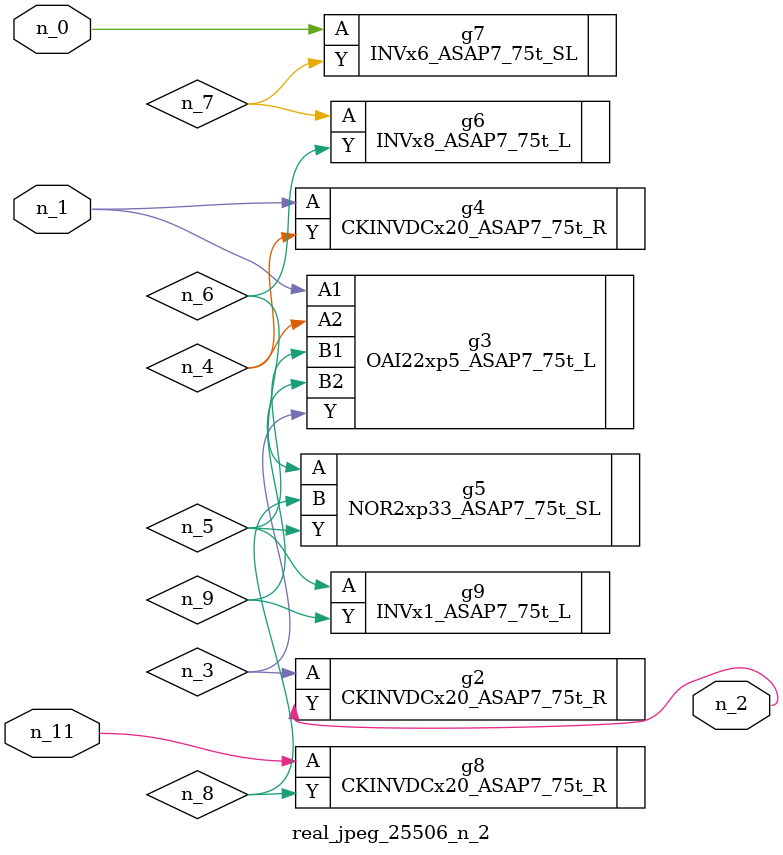
<source format=v>
module real_jpeg_25506_n_2 (n_1, n_11, n_0, n_2);

input n_1;
input n_11;
input n_0;

output n_2;

wire n_5;
wire n_4;
wire n_8;
wire n_6;
wire n_7;
wire n_3;
wire n_9;

INVx6_ASAP7_75t_SL g7 ( 
.A(n_0),
.Y(n_7)
);

OAI22xp5_ASAP7_75t_L g3 ( 
.A1(n_1),
.A2(n_4),
.B1(n_5),
.B2(n_9),
.Y(n_3)
);

CKINVDCx20_ASAP7_75t_R g4 ( 
.A(n_1),
.Y(n_4)
);

CKINVDCx20_ASAP7_75t_R g2 ( 
.A(n_3),
.Y(n_2)
);

INVx1_ASAP7_75t_L g9 ( 
.A(n_5),
.Y(n_9)
);

NOR2xp33_ASAP7_75t_SL g5 ( 
.A(n_6),
.B(n_8),
.Y(n_5)
);

INVx8_ASAP7_75t_L g6 ( 
.A(n_7),
.Y(n_6)
);

CKINVDCx20_ASAP7_75t_R g8 ( 
.A(n_11),
.Y(n_8)
);


endmodule
</source>
